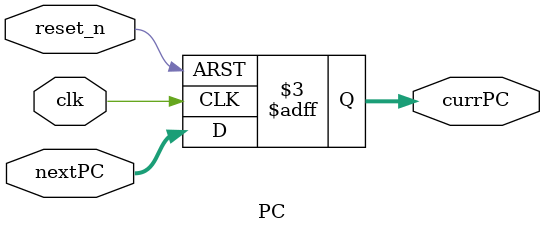
<source format=v>
`timescale 1ns / 1ps


module PC(
    input clk,
    input reset_n,
    input [31:0] nextPC,
    output reg [31:0] currPC
    );
    
    always @ (posedge clk or negedge reset_n) begin
        if (!reset_n) begin
            currPC <= 0;
        end
        else begin
            currPC <= nextPC;
        end
    end
    
endmodule

</source>
